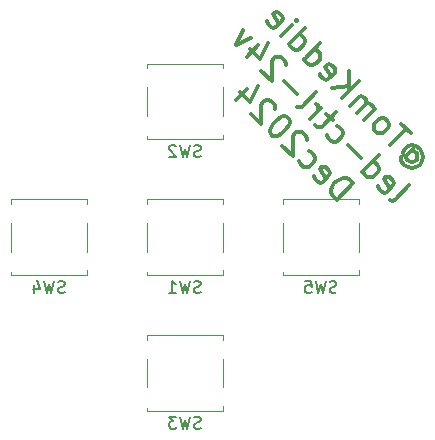
<source format=gbo>
G04 #@! TF.GenerationSoftware,KiCad,Pcbnew,8.0.7-unknown-1000.20241230gita20d76c.fc41*
G04 #@! TF.CreationDate,2025-01-11T13:27:58-08:00*
G04 #@! TF.ProjectId,led-ctrl-24v,6c65642d-6374-4726-9c2d-3234762e6b69,rev?*
G04 #@! TF.SameCoordinates,Original*
G04 #@! TF.FileFunction,Legend,Bot*
G04 #@! TF.FilePolarity,Positive*
%FSLAX46Y46*%
G04 Gerber Fmt 4.6, Leading zero omitted, Abs format (unit mm)*
G04 Created by KiCad (PCBNEW 8.0.7-unknown-1000.20241230gita20d76c.fc41) date 2025-01-11 13:27:58*
%MOMM*%
%LPD*%
G01*
G04 APERTURE LIST*
%ADD10C,0.300000*%
%ADD11C,0.150000*%
%ADD12C,0.120000*%
G04 APERTURE END LIST*
D10*
X109410837Y-115046780D02*
X109545524Y-115046780D01*
X109545524Y-115046780D02*
X109747555Y-115114123D01*
X109747555Y-115114123D02*
X109882242Y-115248810D01*
X109882242Y-115248810D02*
X109949585Y-115450841D01*
X109949585Y-115450841D02*
X109949585Y-115585528D01*
X109949585Y-115585528D02*
X109882242Y-115787558D01*
X109882242Y-115787558D02*
X109747555Y-115922245D01*
X109747555Y-115922245D02*
X109545524Y-115989589D01*
X109545524Y-115989589D02*
X109410837Y-115989589D01*
X109410837Y-115989589D02*
X109208807Y-115922245D01*
X109208807Y-115922245D02*
X109074120Y-115787558D01*
X109074120Y-115787558D02*
X109006776Y-115585528D01*
X109006776Y-115585528D02*
X109006776Y-115450841D01*
X109545524Y-114912093D02*
X109006776Y-115450841D01*
X109006776Y-115450841D02*
X108872089Y-115450841D01*
X108872089Y-115450841D02*
X108804746Y-115383497D01*
X108804746Y-115383497D02*
X108737402Y-115181467D01*
X108737402Y-115181467D02*
X108804746Y-114979436D01*
X108804746Y-114979436D02*
X109141463Y-114642719D01*
X109141463Y-114642719D02*
X109478181Y-114575375D01*
X109478181Y-114575375D02*
X109814898Y-114642719D01*
X109814898Y-114642719D02*
X110151616Y-114844749D01*
X110151616Y-114844749D02*
X110353646Y-115181467D01*
X110353646Y-115181467D02*
X110420990Y-115518184D01*
X110420990Y-115518184D02*
X110353646Y-115854902D01*
X110353646Y-115854902D02*
X110151616Y-116191619D01*
X110151616Y-116191619D02*
X109814898Y-116393650D01*
X109814898Y-116393650D02*
X109478181Y-116460993D01*
X109478181Y-116460993D02*
X109141463Y-116393650D01*
X109141463Y-116393650D02*
X108804746Y-116191619D01*
X108804746Y-116191619D02*
X108602715Y-115854902D01*
X108602715Y-115854902D02*
X108535372Y-115518184D01*
X109410837Y-113565222D02*
X108602715Y-112757100D01*
X107592562Y-114575375D02*
X109006776Y-113161161D01*
X106515066Y-113497879D02*
X106717096Y-113565222D01*
X106717096Y-113565222D02*
X106851784Y-113565222D01*
X106851784Y-113565222D02*
X107053814Y-113497879D01*
X107053814Y-113497879D02*
X107457875Y-113093818D01*
X107457875Y-113093818D02*
X107525219Y-112891787D01*
X107525219Y-112891787D02*
X107525219Y-112757100D01*
X107525219Y-112757100D02*
X107457875Y-112555069D01*
X107457875Y-112555069D02*
X107255845Y-112353039D01*
X107255845Y-112353039D02*
X107053814Y-112285695D01*
X107053814Y-112285695D02*
X106919127Y-112285695D01*
X106919127Y-112285695D02*
X106717096Y-112353039D01*
X106717096Y-112353039D02*
X106313035Y-112757100D01*
X106313035Y-112757100D02*
X106245692Y-112959130D01*
X106245692Y-112959130D02*
X106245692Y-113093818D01*
X106245692Y-113093818D02*
X106313035Y-113295848D01*
X106313035Y-113295848D02*
X106515066Y-113497879D01*
X105437570Y-112420382D02*
X106380379Y-111477573D01*
X106245692Y-111612260D02*
X106245692Y-111477573D01*
X106245692Y-111477573D02*
X106178348Y-111275543D01*
X106178348Y-111275543D02*
X105976318Y-111073512D01*
X105976318Y-111073512D02*
X105774287Y-111006169D01*
X105774287Y-111006169D02*
X105572257Y-111073512D01*
X105572257Y-111073512D02*
X104831478Y-111814291D01*
X105572257Y-111073512D02*
X105639600Y-110871482D01*
X105639600Y-110871482D02*
X105572257Y-110669451D01*
X105572257Y-110669451D02*
X105370226Y-110467421D01*
X105370226Y-110467421D02*
X105168196Y-110400077D01*
X105168196Y-110400077D02*
X104966165Y-110467421D01*
X104966165Y-110467421D02*
X104225387Y-111208199D01*
X103551951Y-110534764D02*
X104966165Y-109120550D01*
X102743829Y-109726642D02*
X104158043Y-109524611D01*
X104158043Y-108312428D02*
X104158043Y-109928672D01*
X101666333Y-108514459D02*
X101733677Y-108716489D01*
X101733677Y-108716489D02*
X102003051Y-108985863D01*
X102003051Y-108985863D02*
X102205081Y-109053207D01*
X102205081Y-109053207D02*
X102407112Y-108985863D01*
X102407112Y-108985863D02*
X102945860Y-108447115D01*
X102945860Y-108447115D02*
X103013203Y-108245085D01*
X103013203Y-108245085D02*
X102945860Y-108043054D01*
X102945860Y-108043054D02*
X102676486Y-107773680D01*
X102676486Y-107773680D02*
X102474455Y-107706337D01*
X102474455Y-107706337D02*
X102272425Y-107773680D01*
X102272425Y-107773680D02*
X102137738Y-107908367D01*
X102137738Y-107908367D02*
X102676486Y-108716489D01*
X100319463Y-107302276D02*
X101733677Y-105888062D01*
X100386807Y-107234932D02*
X100454150Y-107436963D01*
X100454150Y-107436963D02*
X100723524Y-107706337D01*
X100723524Y-107706337D02*
X100925555Y-107773680D01*
X100925555Y-107773680D02*
X101060242Y-107773680D01*
X101060242Y-107773680D02*
X101262272Y-107706337D01*
X101262272Y-107706337D02*
X101666333Y-107302276D01*
X101666333Y-107302276D02*
X101733677Y-107100245D01*
X101733677Y-107100245D02*
X101733677Y-106965558D01*
X101733677Y-106965558D02*
X101666333Y-106763528D01*
X101666333Y-106763528D02*
X101396959Y-106494154D01*
X101396959Y-106494154D02*
X101194929Y-106426810D01*
X99039936Y-106022749D02*
X100454150Y-104608535D01*
X99107280Y-105955405D02*
X99174623Y-106157436D01*
X99174623Y-106157436D02*
X99443997Y-106426810D01*
X99443997Y-106426810D02*
X99646028Y-106494154D01*
X99646028Y-106494154D02*
X99780715Y-106494154D01*
X99780715Y-106494154D02*
X99982745Y-106426810D01*
X99982745Y-106426810D02*
X100386807Y-106022749D01*
X100386807Y-106022749D02*
X100454150Y-105820718D01*
X100454150Y-105820718D02*
X100454150Y-105686031D01*
X100454150Y-105686031D02*
X100386807Y-105484001D01*
X100386807Y-105484001D02*
X100117432Y-105214627D01*
X100117432Y-105214627D02*
X99915402Y-105147283D01*
X98366501Y-105349314D02*
X99309310Y-104406505D01*
X99780715Y-103935100D02*
X99780715Y-104069787D01*
X99780715Y-104069787D02*
X99646028Y-104069787D01*
X99646028Y-104069787D02*
X99646028Y-103935100D01*
X99646028Y-103935100D02*
X99780715Y-103935100D01*
X99780715Y-103935100D02*
X99646028Y-104069787D01*
X97221662Y-104069787D02*
X97289005Y-104271818D01*
X97289005Y-104271818D02*
X97558379Y-104541192D01*
X97558379Y-104541192D02*
X97760410Y-104608535D01*
X97760410Y-104608535D02*
X97962440Y-104541192D01*
X97962440Y-104541192D02*
X98501188Y-104002444D01*
X98501188Y-104002444D02*
X98568532Y-103800413D01*
X98568532Y-103800413D02*
X98501188Y-103598383D01*
X98501188Y-103598383D02*
X98231814Y-103329009D01*
X98231814Y-103329009D02*
X98029784Y-103261665D01*
X98029784Y-103261665D02*
X97827753Y-103329009D01*
X97827753Y-103329009D02*
X97693066Y-103463696D01*
X97693066Y-103463696D02*
X98231814Y-104271818D01*
X107639108Y-119175531D02*
X107841139Y-119242874D01*
X107841139Y-119242874D02*
X108043169Y-119175531D01*
X108043169Y-119175531D02*
X109255352Y-117963348D01*
X106628956Y-118030691D02*
X106696299Y-118232722D01*
X106696299Y-118232722D02*
X106965673Y-118502096D01*
X106965673Y-118502096D02*
X107167704Y-118569439D01*
X107167704Y-118569439D02*
X107369734Y-118502096D01*
X107369734Y-118502096D02*
X107908482Y-117963348D01*
X107908482Y-117963348D02*
X107975826Y-117761317D01*
X107975826Y-117761317D02*
X107908482Y-117559287D01*
X107908482Y-117559287D02*
X107639108Y-117289913D01*
X107639108Y-117289913D02*
X107437078Y-117222569D01*
X107437078Y-117222569D02*
X107235047Y-117289913D01*
X107235047Y-117289913D02*
X107100360Y-117424600D01*
X107100360Y-117424600D02*
X107639108Y-118232722D01*
X105282085Y-116818508D02*
X106696299Y-115404294D01*
X105349429Y-116751164D02*
X105416772Y-116953195D01*
X105416772Y-116953195D02*
X105686146Y-117222569D01*
X105686146Y-117222569D02*
X105888177Y-117289912D01*
X105888177Y-117289912D02*
X106022864Y-117289912D01*
X106022864Y-117289912D02*
X106224894Y-117222569D01*
X106224894Y-117222569D02*
X106628955Y-116818508D01*
X106628955Y-116818508D02*
X106696299Y-116616477D01*
X106696299Y-116616477D02*
X106696299Y-116481790D01*
X106696299Y-116481790D02*
X106628955Y-116279760D01*
X106628955Y-116279760D02*
X106359581Y-116010386D01*
X106359581Y-116010386D02*
X106157551Y-115943042D01*
X105147398Y-115606325D02*
X104069902Y-114528829D01*
X102318971Y-113720707D02*
X102386315Y-113922737D01*
X102386315Y-113922737D02*
X102655689Y-114192111D01*
X102655689Y-114192111D02*
X102857719Y-114259455D01*
X102857719Y-114259455D02*
X102992406Y-114259455D01*
X102992406Y-114259455D02*
X103194437Y-114192111D01*
X103194437Y-114192111D02*
X103598498Y-113788050D01*
X103598498Y-113788050D02*
X103665841Y-113586020D01*
X103665841Y-113586020D02*
X103665841Y-113451333D01*
X103665841Y-113451333D02*
X103598498Y-113249302D01*
X103598498Y-113249302D02*
X103329124Y-112979928D01*
X103329124Y-112979928D02*
X103127093Y-112912585D01*
X102790376Y-112441180D02*
X102251628Y-111902432D01*
X103059750Y-111767745D02*
X101847567Y-112979928D01*
X101847567Y-112979928D02*
X101645536Y-113047272D01*
X101645536Y-113047272D02*
X101443506Y-112979928D01*
X101443506Y-112979928D02*
X101308819Y-112845241D01*
X100837414Y-112373837D02*
X101780223Y-111431028D01*
X101510849Y-111700402D02*
X101578193Y-111498371D01*
X101578193Y-111498371D02*
X101578193Y-111363684D01*
X101578193Y-111363684D02*
X101510849Y-111161654D01*
X101510849Y-111161654D02*
X101376162Y-111026967D01*
X99759918Y-111296341D02*
X99961949Y-111363684D01*
X99961949Y-111363684D02*
X100163979Y-111296341D01*
X100163979Y-111296341D02*
X101376162Y-110084158D01*
X99759918Y-110218845D02*
X98682422Y-109141349D01*
X98817110Y-107794479D02*
X98817110Y-107659792D01*
X98817110Y-107659792D02*
X98749766Y-107457762D01*
X98749766Y-107457762D02*
X98413049Y-107121044D01*
X98413049Y-107121044D02*
X98211018Y-107053700D01*
X98211018Y-107053700D02*
X98076331Y-107053700D01*
X98076331Y-107053700D02*
X97874301Y-107121044D01*
X97874301Y-107121044D02*
X97739614Y-107255731D01*
X97739614Y-107255731D02*
X97604927Y-107525105D01*
X97604927Y-107525105D02*
X97604927Y-109141349D01*
X97604927Y-109141349D02*
X96729461Y-108265884D01*
X96460087Y-106110891D02*
X95517278Y-107053700D01*
X97335552Y-105908861D02*
X96662117Y-107255731D01*
X96662117Y-107255731D02*
X95786652Y-106380265D01*
X95853995Y-105504800D02*
X94574469Y-106110891D01*
X94574469Y-106110891D02*
X95180560Y-104831365D01*
X103106296Y-119196329D02*
X104520510Y-117782115D01*
X104520510Y-117782115D02*
X104183792Y-117445397D01*
X104183792Y-117445397D02*
X103914418Y-117310710D01*
X103914418Y-117310710D02*
X103645044Y-117310710D01*
X103645044Y-117310710D02*
X103443014Y-117378054D01*
X103443014Y-117378054D02*
X103106296Y-117580084D01*
X103106296Y-117580084D02*
X102904266Y-117782115D01*
X102904266Y-117782115D02*
X102702235Y-118118832D01*
X102702235Y-118118832D02*
X102634891Y-118320863D01*
X102634891Y-118320863D02*
X102634891Y-118590237D01*
X102634891Y-118590237D02*
X102769578Y-118859611D01*
X102769578Y-118859611D02*
X103106296Y-119196329D01*
X101220678Y-117176023D02*
X101288021Y-117378054D01*
X101288021Y-117378054D02*
X101557395Y-117647428D01*
X101557395Y-117647428D02*
X101759426Y-117714771D01*
X101759426Y-117714771D02*
X101961456Y-117647428D01*
X101961456Y-117647428D02*
X102500204Y-117108680D01*
X102500204Y-117108680D02*
X102567548Y-116906649D01*
X102567548Y-116906649D02*
X102500204Y-116704619D01*
X102500204Y-116704619D02*
X102230830Y-116435245D01*
X102230830Y-116435245D02*
X102028800Y-116367901D01*
X102028800Y-116367901D02*
X101826769Y-116435245D01*
X101826769Y-116435245D02*
X101692082Y-116569932D01*
X101692082Y-116569932D02*
X102230830Y-117378054D01*
X99941151Y-115896497D02*
X100008495Y-116098527D01*
X100008495Y-116098527D02*
X100277869Y-116367901D01*
X100277869Y-116367901D02*
X100479899Y-116435245D01*
X100479899Y-116435245D02*
X100614586Y-116435245D01*
X100614586Y-116435245D02*
X100816617Y-116367901D01*
X100816617Y-116367901D02*
X101220678Y-115963840D01*
X101220678Y-115963840D02*
X101288021Y-115761810D01*
X101288021Y-115761810D02*
X101288021Y-115627123D01*
X101288021Y-115627123D02*
X101220678Y-115425092D01*
X101220678Y-115425092D02*
X100951304Y-115155718D01*
X100951304Y-115155718D02*
X100749273Y-115088375D01*
X100614586Y-114145565D02*
X100614586Y-114010878D01*
X100614586Y-114010878D02*
X100547242Y-113808848D01*
X100547242Y-113808848D02*
X100210525Y-113472130D01*
X100210525Y-113472130D02*
X100008494Y-113404787D01*
X100008494Y-113404787D02*
X99873807Y-113404787D01*
X99873807Y-113404787D02*
X99671777Y-113472130D01*
X99671777Y-113472130D02*
X99537090Y-113606817D01*
X99537090Y-113606817D02*
X99402403Y-113876191D01*
X99402403Y-113876191D02*
X99402403Y-115492435D01*
X99402403Y-115492435D02*
X98526937Y-114616970D01*
X99065685Y-112327291D02*
X98930998Y-112192604D01*
X98930998Y-112192604D02*
X98728968Y-112125260D01*
X98728968Y-112125260D02*
X98594281Y-112125260D01*
X98594281Y-112125260D02*
X98392250Y-112192604D01*
X98392250Y-112192604D02*
X98055533Y-112394634D01*
X98055533Y-112394634D02*
X97718815Y-112731352D01*
X97718815Y-112731352D02*
X97516785Y-113068069D01*
X97516785Y-113068069D02*
X97449441Y-113270100D01*
X97449441Y-113270100D02*
X97449441Y-113404787D01*
X97449441Y-113404787D02*
X97516785Y-113606817D01*
X97516785Y-113606817D02*
X97651472Y-113741504D01*
X97651472Y-113741504D02*
X97853502Y-113808848D01*
X97853502Y-113808848D02*
X97988189Y-113808848D01*
X97988189Y-113808848D02*
X98190220Y-113741504D01*
X98190220Y-113741504D02*
X98526937Y-113539474D01*
X98526937Y-113539474D02*
X98863655Y-113202756D01*
X98863655Y-113202756D02*
X99065685Y-112866039D01*
X99065685Y-112866039D02*
X99133029Y-112664008D01*
X99133029Y-112664008D02*
X99133029Y-112529321D01*
X99133029Y-112529321D02*
X99065685Y-112327291D01*
X97920846Y-111451825D02*
X97920846Y-111317138D01*
X97920846Y-111317138D02*
X97853502Y-111115108D01*
X97853502Y-111115108D02*
X97516785Y-110778390D01*
X97516785Y-110778390D02*
X97314754Y-110711047D01*
X97314754Y-110711047D02*
X97180067Y-110711047D01*
X97180067Y-110711047D02*
X96978037Y-110778390D01*
X96978037Y-110778390D02*
X96843350Y-110913077D01*
X96843350Y-110913077D02*
X96708663Y-111182451D01*
X96708663Y-111182451D02*
X96708663Y-112798695D01*
X96708663Y-112798695D02*
X95833197Y-111923230D01*
X95563823Y-109768238D02*
X94621014Y-110711047D01*
X96439289Y-109566207D02*
X95765854Y-110913077D01*
X95765854Y-110913077D02*
X94890388Y-110037612D01*
D11*
X103093332Y-127005200D02*
X102950475Y-127052819D01*
X102950475Y-127052819D02*
X102712380Y-127052819D01*
X102712380Y-127052819D02*
X102617142Y-127005200D01*
X102617142Y-127005200D02*
X102569523Y-126957580D01*
X102569523Y-126957580D02*
X102521904Y-126862342D01*
X102521904Y-126862342D02*
X102521904Y-126767104D01*
X102521904Y-126767104D02*
X102569523Y-126671866D01*
X102569523Y-126671866D02*
X102617142Y-126624247D01*
X102617142Y-126624247D02*
X102712380Y-126576628D01*
X102712380Y-126576628D02*
X102902856Y-126529009D01*
X102902856Y-126529009D02*
X102998094Y-126481390D01*
X102998094Y-126481390D02*
X103045713Y-126433771D01*
X103045713Y-126433771D02*
X103093332Y-126338533D01*
X103093332Y-126338533D02*
X103093332Y-126243295D01*
X103093332Y-126243295D02*
X103045713Y-126148057D01*
X103045713Y-126148057D02*
X102998094Y-126100438D01*
X102998094Y-126100438D02*
X102902856Y-126052819D01*
X102902856Y-126052819D02*
X102664761Y-126052819D01*
X102664761Y-126052819D02*
X102521904Y-126100438D01*
X102188570Y-126052819D02*
X101950475Y-127052819D01*
X101950475Y-127052819D02*
X101759999Y-126338533D01*
X101759999Y-126338533D02*
X101569523Y-127052819D01*
X101569523Y-127052819D02*
X101331428Y-126052819D01*
X100474285Y-126052819D02*
X100950475Y-126052819D01*
X100950475Y-126052819D02*
X100998094Y-126529009D01*
X100998094Y-126529009D02*
X100950475Y-126481390D01*
X100950475Y-126481390D02*
X100855237Y-126433771D01*
X100855237Y-126433771D02*
X100617142Y-126433771D01*
X100617142Y-126433771D02*
X100521904Y-126481390D01*
X100521904Y-126481390D02*
X100474285Y-126529009D01*
X100474285Y-126529009D02*
X100426666Y-126624247D01*
X100426666Y-126624247D02*
X100426666Y-126862342D01*
X100426666Y-126862342D02*
X100474285Y-126957580D01*
X100474285Y-126957580D02*
X100521904Y-127005200D01*
X100521904Y-127005200D02*
X100617142Y-127052819D01*
X100617142Y-127052819D02*
X100855237Y-127052819D01*
X100855237Y-127052819D02*
X100950475Y-127005200D01*
X100950475Y-127005200D02*
X100998094Y-126957580D01*
X80093332Y-127005200D02*
X79950475Y-127052819D01*
X79950475Y-127052819D02*
X79712380Y-127052819D01*
X79712380Y-127052819D02*
X79617142Y-127005200D01*
X79617142Y-127005200D02*
X79569523Y-126957580D01*
X79569523Y-126957580D02*
X79521904Y-126862342D01*
X79521904Y-126862342D02*
X79521904Y-126767104D01*
X79521904Y-126767104D02*
X79569523Y-126671866D01*
X79569523Y-126671866D02*
X79617142Y-126624247D01*
X79617142Y-126624247D02*
X79712380Y-126576628D01*
X79712380Y-126576628D02*
X79902856Y-126529009D01*
X79902856Y-126529009D02*
X79998094Y-126481390D01*
X79998094Y-126481390D02*
X80045713Y-126433771D01*
X80045713Y-126433771D02*
X80093332Y-126338533D01*
X80093332Y-126338533D02*
X80093332Y-126243295D01*
X80093332Y-126243295D02*
X80045713Y-126148057D01*
X80045713Y-126148057D02*
X79998094Y-126100438D01*
X79998094Y-126100438D02*
X79902856Y-126052819D01*
X79902856Y-126052819D02*
X79664761Y-126052819D01*
X79664761Y-126052819D02*
X79521904Y-126100438D01*
X79188570Y-126052819D02*
X78950475Y-127052819D01*
X78950475Y-127052819D02*
X78759999Y-126338533D01*
X78759999Y-126338533D02*
X78569523Y-127052819D01*
X78569523Y-127052819D02*
X78331428Y-126052819D01*
X77521904Y-126386152D02*
X77521904Y-127052819D01*
X77759999Y-126005200D02*
X77998094Y-126719485D01*
X77998094Y-126719485D02*
X77379047Y-126719485D01*
X91593332Y-138505200D02*
X91450475Y-138552819D01*
X91450475Y-138552819D02*
X91212380Y-138552819D01*
X91212380Y-138552819D02*
X91117142Y-138505200D01*
X91117142Y-138505200D02*
X91069523Y-138457580D01*
X91069523Y-138457580D02*
X91021904Y-138362342D01*
X91021904Y-138362342D02*
X91021904Y-138267104D01*
X91021904Y-138267104D02*
X91069523Y-138171866D01*
X91069523Y-138171866D02*
X91117142Y-138124247D01*
X91117142Y-138124247D02*
X91212380Y-138076628D01*
X91212380Y-138076628D02*
X91402856Y-138029009D01*
X91402856Y-138029009D02*
X91498094Y-137981390D01*
X91498094Y-137981390D02*
X91545713Y-137933771D01*
X91545713Y-137933771D02*
X91593332Y-137838533D01*
X91593332Y-137838533D02*
X91593332Y-137743295D01*
X91593332Y-137743295D02*
X91545713Y-137648057D01*
X91545713Y-137648057D02*
X91498094Y-137600438D01*
X91498094Y-137600438D02*
X91402856Y-137552819D01*
X91402856Y-137552819D02*
X91164761Y-137552819D01*
X91164761Y-137552819D02*
X91021904Y-137600438D01*
X90688570Y-137552819D02*
X90450475Y-138552819D01*
X90450475Y-138552819D02*
X90259999Y-137838533D01*
X90259999Y-137838533D02*
X90069523Y-138552819D01*
X90069523Y-138552819D02*
X89831428Y-137552819D01*
X89545713Y-137552819D02*
X88926666Y-137552819D01*
X88926666Y-137552819D02*
X89259999Y-137933771D01*
X89259999Y-137933771D02*
X89117142Y-137933771D01*
X89117142Y-137933771D02*
X89021904Y-137981390D01*
X89021904Y-137981390D02*
X88974285Y-138029009D01*
X88974285Y-138029009D02*
X88926666Y-138124247D01*
X88926666Y-138124247D02*
X88926666Y-138362342D01*
X88926666Y-138362342D02*
X88974285Y-138457580D01*
X88974285Y-138457580D02*
X89021904Y-138505200D01*
X89021904Y-138505200D02*
X89117142Y-138552819D01*
X89117142Y-138552819D02*
X89402856Y-138552819D01*
X89402856Y-138552819D02*
X89498094Y-138505200D01*
X89498094Y-138505200D02*
X89545713Y-138457580D01*
X91593332Y-127005200D02*
X91450475Y-127052819D01*
X91450475Y-127052819D02*
X91212380Y-127052819D01*
X91212380Y-127052819D02*
X91117142Y-127005200D01*
X91117142Y-127005200D02*
X91069523Y-126957580D01*
X91069523Y-126957580D02*
X91021904Y-126862342D01*
X91021904Y-126862342D02*
X91021904Y-126767104D01*
X91021904Y-126767104D02*
X91069523Y-126671866D01*
X91069523Y-126671866D02*
X91117142Y-126624247D01*
X91117142Y-126624247D02*
X91212380Y-126576628D01*
X91212380Y-126576628D02*
X91402856Y-126529009D01*
X91402856Y-126529009D02*
X91498094Y-126481390D01*
X91498094Y-126481390D02*
X91545713Y-126433771D01*
X91545713Y-126433771D02*
X91593332Y-126338533D01*
X91593332Y-126338533D02*
X91593332Y-126243295D01*
X91593332Y-126243295D02*
X91545713Y-126148057D01*
X91545713Y-126148057D02*
X91498094Y-126100438D01*
X91498094Y-126100438D02*
X91402856Y-126052819D01*
X91402856Y-126052819D02*
X91164761Y-126052819D01*
X91164761Y-126052819D02*
X91021904Y-126100438D01*
X90688570Y-126052819D02*
X90450475Y-127052819D01*
X90450475Y-127052819D02*
X90259999Y-126338533D01*
X90259999Y-126338533D02*
X90069523Y-127052819D01*
X90069523Y-127052819D02*
X89831428Y-126052819D01*
X88926666Y-127052819D02*
X89498094Y-127052819D01*
X89212380Y-127052819D02*
X89212380Y-126052819D01*
X89212380Y-126052819D02*
X89307618Y-126195676D01*
X89307618Y-126195676D02*
X89402856Y-126290914D01*
X89402856Y-126290914D02*
X89498094Y-126338533D01*
X91593332Y-115505200D02*
X91450475Y-115552819D01*
X91450475Y-115552819D02*
X91212380Y-115552819D01*
X91212380Y-115552819D02*
X91117142Y-115505200D01*
X91117142Y-115505200D02*
X91069523Y-115457580D01*
X91069523Y-115457580D02*
X91021904Y-115362342D01*
X91021904Y-115362342D02*
X91021904Y-115267104D01*
X91021904Y-115267104D02*
X91069523Y-115171866D01*
X91069523Y-115171866D02*
X91117142Y-115124247D01*
X91117142Y-115124247D02*
X91212380Y-115076628D01*
X91212380Y-115076628D02*
X91402856Y-115029009D01*
X91402856Y-115029009D02*
X91498094Y-114981390D01*
X91498094Y-114981390D02*
X91545713Y-114933771D01*
X91545713Y-114933771D02*
X91593332Y-114838533D01*
X91593332Y-114838533D02*
X91593332Y-114743295D01*
X91593332Y-114743295D02*
X91545713Y-114648057D01*
X91545713Y-114648057D02*
X91498094Y-114600438D01*
X91498094Y-114600438D02*
X91402856Y-114552819D01*
X91402856Y-114552819D02*
X91164761Y-114552819D01*
X91164761Y-114552819D02*
X91021904Y-114600438D01*
X90688570Y-114552819D02*
X90450475Y-115552819D01*
X90450475Y-115552819D02*
X90259999Y-114838533D01*
X90259999Y-114838533D02*
X90069523Y-115552819D01*
X90069523Y-115552819D02*
X89831428Y-114552819D01*
X89498094Y-114648057D02*
X89450475Y-114600438D01*
X89450475Y-114600438D02*
X89355237Y-114552819D01*
X89355237Y-114552819D02*
X89117142Y-114552819D01*
X89117142Y-114552819D02*
X89021904Y-114600438D01*
X89021904Y-114600438D02*
X88974285Y-114648057D01*
X88974285Y-114648057D02*
X88926666Y-114743295D01*
X88926666Y-114743295D02*
X88926666Y-114838533D01*
X88926666Y-114838533D02*
X88974285Y-114981390D01*
X88974285Y-114981390D02*
X89545713Y-115552819D01*
X89545713Y-115552819D02*
X88926666Y-115552819D01*
D12*
G04 #@! TO.C,SW5*
X98550000Y-119148000D02*
X98550000Y-119558000D01*
X98550000Y-121158000D02*
X98550000Y-123558000D01*
X98550000Y-125288000D02*
X98550000Y-125568000D01*
X98550000Y-125568000D02*
X104970000Y-125568000D01*
X104970000Y-119148000D02*
X98550000Y-119148000D01*
X104970000Y-119558000D02*
X104970000Y-119148000D01*
X104970000Y-123558000D02*
X104970000Y-121158000D01*
X104970000Y-125568000D02*
X104970000Y-125158000D01*
G04 #@! TO.C,SW4*
X75550000Y-119148000D02*
X75550000Y-119558000D01*
X75550000Y-121158000D02*
X75550000Y-123558000D01*
X75550000Y-125288000D02*
X75550000Y-125568000D01*
X75550000Y-125568000D02*
X81970000Y-125568000D01*
X81970000Y-119148000D02*
X75550000Y-119148000D01*
X81970000Y-119558000D02*
X81970000Y-119148000D01*
X81970000Y-123558000D02*
X81970000Y-121158000D01*
X81970000Y-125568000D02*
X81970000Y-125158000D01*
G04 #@! TO.C,SW3*
X87050000Y-130648000D02*
X87050000Y-131058000D01*
X87050000Y-132658000D02*
X87050000Y-135058000D01*
X87050000Y-136788000D02*
X87050000Y-137068000D01*
X87050000Y-137068000D02*
X93470000Y-137068000D01*
X93470000Y-130648000D02*
X87050000Y-130648000D01*
X93470000Y-131058000D02*
X93470000Y-130648000D01*
X93470000Y-135058000D02*
X93470000Y-132658000D01*
X93470000Y-137068000D02*
X93470000Y-136658000D01*
G04 #@! TO.C,SW1*
X87050000Y-119148000D02*
X87050000Y-119558000D01*
X87050000Y-121158000D02*
X87050000Y-123558000D01*
X87050000Y-125288000D02*
X87050000Y-125568000D01*
X87050000Y-125568000D02*
X93470000Y-125568000D01*
X93470000Y-119148000D02*
X87050000Y-119148000D01*
X93470000Y-119558000D02*
X93470000Y-119148000D01*
X93470000Y-123558000D02*
X93470000Y-121158000D01*
X93470000Y-125568000D02*
X93470000Y-125158000D01*
G04 #@! TO.C,SW2*
X87050000Y-107648000D02*
X87050000Y-108058000D01*
X87050000Y-109658000D02*
X87050000Y-112058000D01*
X87050000Y-113788000D02*
X87050000Y-114068000D01*
X87050000Y-114068000D02*
X93470000Y-114068000D01*
X93470000Y-107648000D02*
X87050000Y-107648000D01*
X93470000Y-108058000D02*
X93470000Y-107648000D01*
X93470000Y-112058000D02*
X93470000Y-109658000D01*
X93470000Y-114068000D02*
X93470000Y-113658000D01*
G04 #@! TD*
M02*

</source>
